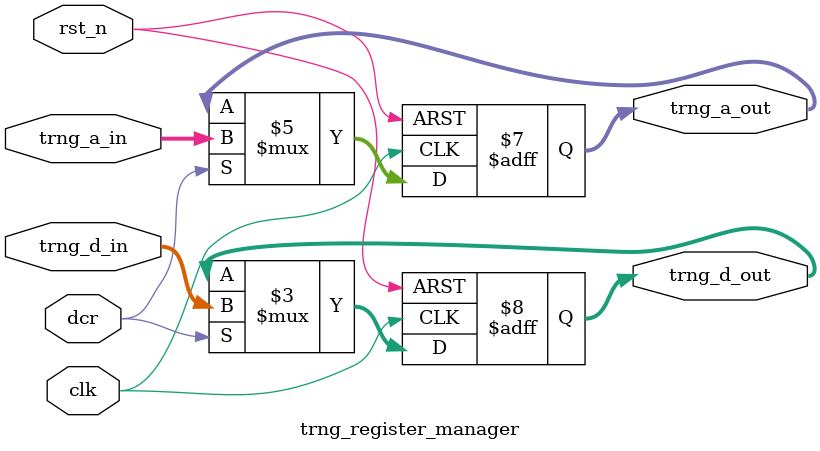
<source format=v>
`timescale 1ns / 1ps


module trng_register_manager #(
    parameter TRNG_A_WIDTH = 64,
    parameter TRNG_D_WIDTH = 32
)(
    input wire clk,
    input wire rst_n,
    input wire dcr,
    input wire [TRNG_A_WIDTH-1:0] trng_a_in,
    input wire [TRNG_D_WIDTH-1:0] trng_d_in,
    output reg [TRNG_A_WIDTH-1:0] trng_a_out,
    output reg [TRNG_D_WIDTH-1:0] trng_d_out
);

    always @(posedge clk or negedge rst_n) begin
        if (!rst_n) begin
            trng_a_out <= {TRNG_A_WIDTH{1'b0}};
            trng_d_out <= {TRNG_D_WIDTH{1'b0}};
        end else if (dcr) begin
            // Load new TRNGs on DCR event (single cycle)
            trng_a_out <= trng_a_in;
            trng_d_out <= trng_d_in;
        end
    end

endmodule

</source>
